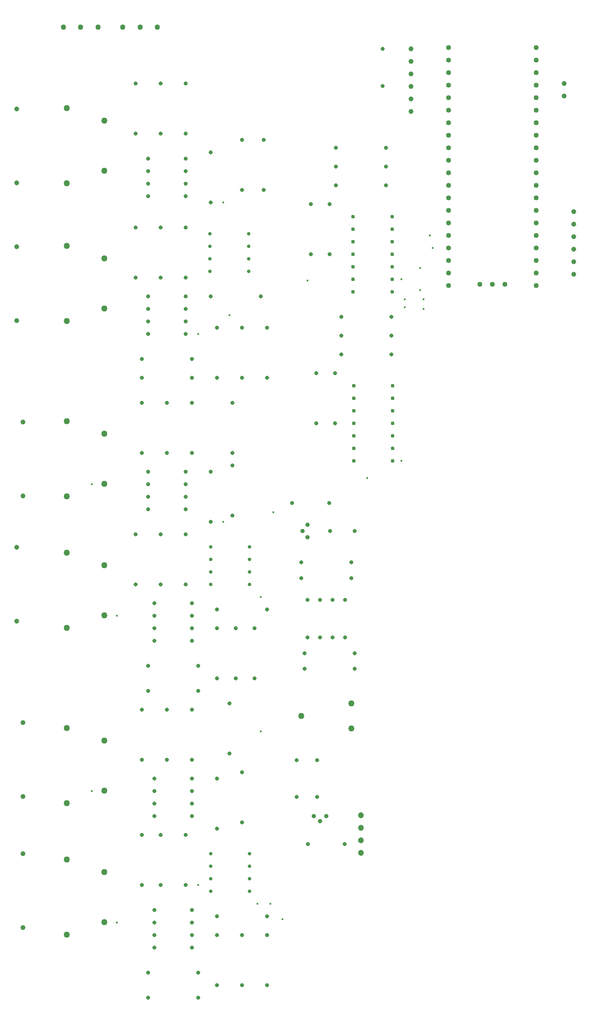
<source format=gbr>
%TF.GenerationSoftware,KiCad,Pcbnew,7.0.10*%
%TF.CreationDate,2024-03-27T12:01:32+00:00*%
%TF.ProjectId,TENG input circuitry and transmitter,54454e47-2069-46e7-9075-742063697263,rev?*%
%TF.SameCoordinates,Original*%
%TF.FileFunction,Plated,1,2,PTH,Drill*%
%TF.FilePolarity,Positive*%
%FSLAX46Y46*%
G04 Gerber Fmt 4.6, Leading zero omitted, Abs format (unit mm)*
G04 Created by KiCad (PCBNEW 7.0.10) date 2024-03-27 12:01:32*
%MOMM*%
%LPD*%
G01*
G04 APERTURE LIST*
%TA.AperFunction,ViaDrill*%
%ADD10C,0.400000*%
%TD*%
%TA.AperFunction,ComponentDrill*%
%ADD11C,0.730000*%
%TD*%
%TA.AperFunction,ComponentDrill*%
%ADD12C,0.770000*%
%TD*%
%TA.AperFunction,ComponentDrill*%
%ADD13C,0.800000*%
%TD*%
%TA.AperFunction,ComponentDrill*%
%ADD14C,0.812800*%
%TD*%
%TA.AperFunction,ComponentDrill*%
%ADD15C,0.900000*%
%TD*%
%TA.AperFunction,ComponentDrill*%
%ADD16C,1.000000*%
%TD*%
%TA.AperFunction,ComponentDrill*%
%ADD17C,1.020000*%
%TD*%
%TA.AperFunction,ComponentDrill*%
%ADD18C,1.100000*%
%TD*%
%TA.AperFunction,ComponentDrill*%
%ADD19C,1.200000*%
%TD*%
%TA.AperFunction,ComponentDrill*%
%ADD20C,1.270000*%
%TD*%
G04 APERTURE END LIST*
D10*
X52705000Y-128905000D03*
X52705000Y-191135000D03*
X57785000Y-155575000D03*
X57785000Y-217805000D03*
X74295000Y-98425000D03*
X74295000Y-210185000D03*
X79375000Y-71755000D03*
X79375000Y-136525000D03*
X80645000Y-94615000D03*
X86360000Y-213995000D03*
X86995000Y-151765000D03*
X86995000Y-179070000D03*
X88990000Y-213995000D03*
X89535000Y-134620000D03*
X91440000Y-217170000D03*
X96520000Y-87630000D03*
X108585000Y-127635000D03*
X115570000Y-87312500D03*
X115570000Y-124142500D03*
X116205000Y-91440000D03*
X116205000Y-93027500D03*
X119380000Y-85090000D03*
X119380000Y-89535000D03*
X120015000Y-91440000D03*
X120015000Y-93345000D03*
X121285000Y-78422500D03*
X121920000Y-80962500D03*
D11*
%TO.C,IC1*%
X76675000Y-78105000D03*
X76675000Y-80645000D03*
X76675000Y-83185000D03*
X76675000Y-85725000D03*
%TO.C,IC2*%
X76835000Y-141605000D03*
X76835000Y-144145000D03*
X76835000Y-146685000D03*
X76835000Y-149225000D03*
%TO.C,IC3*%
X76835000Y-203835000D03*
X76835000Y-206375000D03*
X76835000Y-208915000D03*
X76835000Y-211455000D03*
%TO.C,IC1*%
X84615000Y-78105000D03*
X84615000Y-80645000D03*
X84615000Y-83185000D03*
X84615000Y-85725000D03*
%TO.C,IC2*%
X84775000Y-141605000D03*
X84775000Y-144145000D03*
X84775000Y-146685000D03*
X84775000Y-149225000D03*
%TO.C,IC3*%
X84775000Y-203835000D03*
X84775000Y-206375000D03*
X84775000Y-208915000D03*
X84775000Y-211455000D03*
D12*
%TO.C,U18*%
X105725000Y-74612500D03*
X105725000Y-77152500D03*
X105725000Y-79692500D03*
X105725000Y-82232500D03*
X105725000Y-84772500D03*
X105725000Y-87312500D03*
X105725000Y-89852500D03*
%TO.C,U19*%
X105885000Y-108902500D03*
X105885000Y-111442500D03*
X105885000Y-113982500D03*
X105885000Y-116522500D03*
X105885000Y-119062500D03*
X105885000Y-121602500D03*
X105885000Y-124142500D03*
%TO.C,U18*%
X113665000Y-74612500D03*
X113665000Y-77152500D03*
X113665000Y-79692500D03*
X113665000Y-82232500D03*
X113665000Y-84772500D03*
X113665000Y-87312500D03*
X113665000Y-89852500D03*
%TO.C,U19*%
X113825000Y-108902500D03*
X113825000Y-111442500D03*
X113825000Y-113982500D03*
X113825000Y-116522500D03*
X113825000Y-119062500D03*
X113825000Y-121602500D03*
X113825000Y-124142500D03*
D13*
%TO.C,R76*%
X61595000Y-47625000D03*
X61595000Y-57785000D03*
%TO.C,R49*%
X61595000Y-76835000D03*
X61595000Y-86995000D03*
%TO.C,R4*%
X61595000Y-139065000D03*
X61595000Y-149225000D03*
%TO.C,R30*%
X62865000Y-103505000D03*
%TO.C,R33*%
X62865000Y-107315000D03*
%TO.C,R9*%
X62865000Y-112395000D03*
X62865000Y-122555000D03*
%TO.C,R26*%
X62865000Y-174625000D03*
X62865000Y-184785000D03*
%TO.C,R22*%
X62865000Y-200025000D03*
X62865000Y-210185000D03*
%TO.C,R5*%
X64135000Y-165735000D03*
%TO.C,R10*%
X64135000Y-170815000D03*
%TO.C,R23*%
X64135000Y-227965000D03*
%TO.C,R27*%
X64135000Y-233045000D03*
%TO.C,R77*%
X66675000Y-47625000D03*
X66675000Y-57785000D03*
%TO.C,R48*%
X66675000Y-76835000D03*
X66675000Y-86995000D03*
%TO.C,R2*%
X66675000Y-139065000D03*
X66675000Y-149225000D03*
%TO.C,R20*%
X66675000Y-200025000D03*
X66675000Y-210185000D03*
%TO.C,R12*%
X67945000Y-112395000D03*
X67945000Y-122555000D03*
%TO.C,R31*%
X67945000Y-174625000D03*
X67945000Y-184785000D03*
%TO.C,R78*%
X71755000Y-47625000D03*
X71755000Y-57785000D03*
%TO.C,R47*%
X71755000Y-76835000D03*
X71755000Y-86995000D03*
%TO.C,R1*%
X71755000Y-139065000D03*
X71755000Y-149225000D03*
%TO.C,R18*%
X71755000Y-200025000D03*
X71755000Y-210185000D03*
%TO.C,R30*%
X73025000Y-103505000D03*
%TO.C,R33*%
X73025000Y-107315000D03*
%TO.C,R14*%
X73025000Y-112395000D03*
X73025000Y-122555000D03*
%TO.C,R32*%
X73025000Y-174625000D03*
X73025000Y-184785000D03*
%TO.C,R5*%
X74295000Y-165735000D03*
%TO.C,R10*%
X74295000Y-170815000D03*
%TO.C,R23*%
X74295000Y-227965000D03*
%TO.C,R27*%
X74295000Y-233045000D03*
%TO.C,R81*%
X76835000Y-61595000D03*
X76835000Y-71755000D03*
%TO.C,R6*%
X76835000Y-90805000D03*
%TO.C,R17*%
X76835000Y-126365000D03*
X76835000Y-136525000D03*
%TO.C,R28*%
X78105000Y-97155000D03*
X78105000Y-107315000D03*
%TO.C,R3*%
X78105000Y-154305000D03*
%TO.C,R7*%
X78105000Y-158115000D03*
X78105000Y-168275000D03*
%TO.C,R36*%
X78105000Y-188595000D03*
X78105000Y-198755000D03*
%TO.C,R21*%
X78105000Y-216535000D03*
%TO.C,R24*%
X78105000Y-220345000D03*
X78105000Y-230505000D03*
%TO.C,R35*%
X80645000Y-173355000D03*
X80645000Y-183515000D03*
%TO.C,R16*%
X81280000Y-112395000D03*
X81280000Y-122555000D03*
%TO.C,R15*%
X81280000Y-125095000D03*
X81280000Y-135255000D03*
%TO.C,R8*%
X81915000Y-158115000D03*
X81915000Y-168275000D03*
%TO.C,R79*%
X83185000Y-59055000D03*
X83185000Y-69215000D03*
%TO.C,R19*%
X83185000Y-97155000D03*
X83185000Y-107315000D03*
%TO.C,R34*%
X83185000Y-187325000D03*
X83185000Y-197485000D03*
%TO.C,R25*%
X83185000Y-220345000D03*
X83185000Y-230505000D03*
%TO.C,R11*%
X85725000Y-158115000D03*
X85725000Y-168275000D03*
%TO.C,R6*%
X86995000Y-90805000D03*
%TO.C,R80*%
X87645000Y-59055000D03*
X87645000Y-69215000D03*
%TO.C,R13*%
X88265000Y-97155000D03*
X88265000Y-107315000D03*
%TO.C,R3*%
X88265000Y-154305000D03*
%TO.C,R21*%
X88265000Y-216535000D03*
%TO.C,R29*%
X88265000Y-220345000D03*
X88265000Y-230505000D03*
%TO.C,C11*%
X93405000Y-132715000D03*
%TO.C,C10*%
X94275000Y-184845000D03*
X94275000Y-192345000D03*
%TO.C,R56*%
X95250000Y-144780000D03*
%TO.C,R57*%
X95250000Y-147955000D03*
%TO.C,R50*%
X95885000Y-163195000D03*
%TO.C,R51*%
X95885000Y-166370000D03*
%TO.C,C7*%
X96580000Y-201930000D03*
%TO.C,R53*%
X97155000Y-72072500D03*
X97155000Y-82232500D03*
%TO.C,R55*%
X98265000Y-106362500D03*
X98265000Y-116522500D03*
%TO.C,C9*%
X98425000Y-184845000D03*
X98425000Y-192345000D03*
%TO.C,C11*%
X100905000Y-132715000D03*
%TO.C,R52*%
X100965000Y-72072500D03*
X100965000Y-82232500D03*
%TO.C,C8*%
X101102349Y-138430000D03*
%TO.C,R54*%
X102075000Y-106362500D03*
X102075000Y-116522500D03*
%TO.C,R60*%
X102235000Y-60642500D03*
%TO.C,R62*%
X102235000Y-64452500D03*
%TO.C,R64*%
X102235000Y-68262500D03*
%TO.C,R61*%
X103345000Y-94932500D03*
%TO.C,R63*%
X103345000Y-98742500D03*
%TO.C,R65*%
X103345000Y-102552500D03*
%TO.C,C7*%
X104080000Y-201930000D03*
%TO.C,R56*%
X105410000Y-144780000D03*
%TO.C,R57*%
X105410000Y-147955000D03*
%TO.C,R50*%
X106045000Y-163195000D03*
%TO.C,R51*%
X106045000Y-166370000D03*
%TO.C,C8*%
X106102349Y-138430000D03*
%TO.C,C12*%
X111760000Y-40640000D03*
X111760000Y-48140000D03*
%TO.C,R60*%
X112395000Y-60642500D03*
%TO.C,R62*%
X112395000Y-64452500D03*
%TO.C,R64*%
X112395000Y-68262500D03*
%TO.C,R61*%
X113505000Y-94932500D03*
%TO.C,R63*%
X113505000Y-98742500D03*
%TO.C,R65*%
X113505000Y-102552500D03*
D14*
%TO.C,U26*%
X64135000Y-62865000D03*
X64135000Y-65405000D03*
X64135000Y-67945000D03*
X64135000Y-70485000D03*
%TO.C,U25*%
X64135000Y-90805000D03*
X64135000Y-93345000D03*
X64135000Y-95885000D03*
X64135000Y-98425000D03*
%TO.C,U2*%
X64135000Y-126365000D03*
X64135000Y-128905000D03*
X64135000Y-131445000D03*
X64135000Y-133985000D03*
%TO.C,U1*%
X65405000Y-153035000D03*
X65405000Y-155575000D03*
X65405000Y-158115000D03*
X65405000Y-160655000D03*
%TO.C,U4*%
X65405000Y-188595000D03*
X65405000Y-191135000D03*
X65405000Y-193675000D03*
X65405000Y-196215000D03*
%TO.C,U3*%
X65405000Y-215265000D03*
X65405000Y-217805000D03*
X65405000Y-220345000D03*
X65405000Y-222885000D03*
%TO.C,U26*%
X71755000Y-62865000D03*
X71755000Y-65405000D03*
X71755000Y-67945000D03*
X71755000Y-70485000D03*
%TO.C,U25*%
X71755000Y-90805000D03*
X71755000Y-93345000D03*
X71755000Y-95885000D03*
X71755000Y-98425000D03*
%TO.C,U2*%
X71755000Y-126365000D03*
X71755000Y-128905000D03*
X71755000Y-131445000D03*
X71755000Y-133985000D03*
%TO.C,U1*%
X73025000Y-153035000D03*
X73025000Y-155575000D03*
X73025000Y-158115000D03*
X73025000Y-160655000D03*
%TO.C,U4*%
X73025000Y-188595000D03*
X73025000Y-191135000D03*
X73025000Y-193675000D03*
X73025000Y-196215000D03*
%TO.C,U3*%
X73025000Y-215265000D03*
X73025000Y-217805000D03*
X73025000Y-220345000D03*
X73025000Y-222885000D03*
%TO.C,U5*%
X96520000Y-152400000D03*
X96520000Y-160020000D03*
X99060000Y-152400000D03*
X99060000Y-160020000D03*
X101600000Y-152400000D03*
X101600000Y-160020000D03*
X104140000Y-152400000D03*
X104140000Y-160020000D03*
D15*
%TO.C,U17*%
X95520000Y-138430000D03*
X96520000Y-137160000D03*
X96520000Y-139700000D03*
%TO.C,U16*%
X97790000Y-196215000D03*
X99060000Y-197215000D03*
X100330000Y-196215000D03*
D16*
%TO.C,C6*%
X37465000Y-52825000D03*
X37465000Y-67825000D03*
%TO.C,C5*%
X37465000Y-80765000D03*
X37465000Y-95765000D03*
%TO.C,C1*%
X37465000Y-141725000D03*
X37465000Y-156725000D03*
%TO.C,C2*%
X38735000Y-116325000D03*
X38735000Y-131325000D03*
%TO.C,C4*%
X38735000Y-177285000D03*
X38735000Y-192285000D03*
%TO.C,C3*%
X38735000Y-203835000D03*
X38735000Y-218835000D03*
%TO.C,J6*%
X117475000Y-40640000D03*
X117475000Y-43180000D03*
X117475000Y-45720000D03*
X117475000Y-48260000D03*
X117475000Y-50800000D03*
X117475000Y-53340000D03*
%TO.C,J1*%
X148590000Y-47620000D03*
X148590000Y-50160000D03*
%TO.C,J7*%
X150495000Y-73660000D03*
X150495000Y-76200000D03*
X150495000Y-78740000D03*
X150495000Y-81280000D03*
X150495000Y-83820000D03*
X150495000Y-86360000D03*
D17*
%TO.C,U21*%
X125095000Y-40322500D03*
X125095000Y-42862500D03*
X125095000Y-45402500D03*
X125095000Y-47942500D03*
X125095000Y-50482500D03*
X125095000Y-53022500D03*
X125095000Y-55562500D03*
X125095000Y-58102500D03*
X125095000Y-60642500D03*
X125095000Y-63182500D03*
X125095000Y-65722500D03*
X125095000Y-68262500D03*
X125095000Y-70802500D03*
X125095000Y-73342500D03*
X125095000Y-75882500D03*
X125095000Y-78422500D03*
X125095000Y-80962500D03*
X125095000Y-83502500D03*
X125095000Y-86042500D03*
X125095000Y-88582500D03*
X131445000Y-88352500D03*
X133985000Y-88352500D03*
X136525000Y-88352500D03*
X142875000Y-40322500D03*
X142875000Y-42862500D03*
X142875000Y-45402500D03*
X142875000Y-47942500D03*
X142875000Y-50482500D03*
X142875000Y-53022500D03*
X142875000Y-55562500D03*
X142875000Y-58102500D03*
X142875000Y-60642500D03*
X142875000Y-63182500D03*
X142875000Y-65722500D03*
X142875000Y-68262500D03*
X142875000Y-70802500D03*
X142875000Y-73342500D03*
X142875000Y-75882500D03*
X142875000Y-78422500D03*
X142875000Y-80962500D03*
X142875000Y-83502500D03*
X142875000Y-86042500D03*
X142875000Y-88582500D03*
D18*
%TO.C,TB2*%
X46975000Y-36195000D03*
X50475000Y-36195000D03*
X53975000Y-36195000D03*
%TO.C,TB1*%
X59040000Y-36195000D03*
X62540000Y-36195000D03*
X66040000Y-36195000D03*
D19*
%TO.C,J2*%
X107315000Y-196040000D03*
X107315000Y-198580000D03*
X107315000Y-201120000D03*
X107315000Y-203660000D03*
D20*
%TO.C,Sw1*%
X47625000Y-52605000D03*
X47625000Y-67845000D03*
%TO.C,Sw2*%
X47625000Y-80545000D03*
X47625000Y-95785000D03*
%TO.C,Sw4*%
X47625000Y-116105000D03*
X47625000Y-131345000D03*
%TO.C,Sw3*%
X47625000Y-142775000D03*
X47625000Y-158015000D03*
%TO.C,Sw6*%
X47625000Y-178335000D03*
X47625000Y-193575000D03*
%TO.C,Sw5*%
X47625000Y-205005000D03*
X47625000Y-220245000D03*
%TO.C,Sw1*%
X55245000Y-55145000D03*
X55245000Y-65305000D03*
%TO.C,Sw2*%
X55245000Y-83085000D03*
X55245000Y-93245000D03*
%TO.C,Sw4*%
X55245000Y-118645000D03*
X55245000Y-128805000D03*
%TO.C,Sw3*%
X55245000Y-145315000D03*
X55245000Y-155475000D03*
%TO.C,Sw6*%
X55245000Y-180875000D03*
X55245000Y-191035000D03*
%TO.C,Sw5*%
X55245000Y-207545000D03*
X55245000Y-217705000D03*
%TO.C,Pot1*%
X95250000Y-175895000D03*
X105410000Y-173355000D03*
X105410000Y-178435000D03*
M02*

</source>
